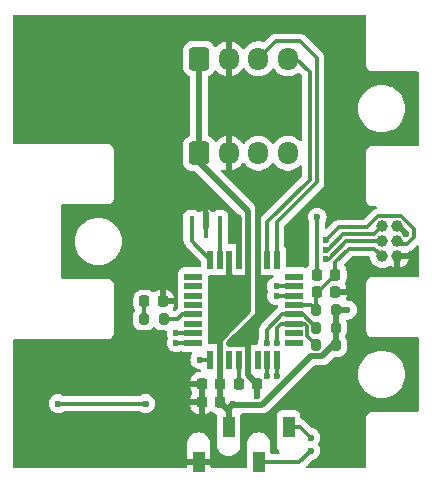
<source format=gbr>
%TF.GenerationSoftware,KiCad,Pcbnew,8.0.4*%
%TF.CreationDate,2024-08-09T19:06:39+02:00*%
%TF.ProjectId,Water Tank Monitor,57617465-7220-4546-916e-6b204d6f6e69,rev?*%
%TF.SameCoordinates,Original*%
%TF.FileFunction,Copper,L1,Top*%
%TF.FilePolarity,Positive*%
%FSLAX46Y46*%
G04 Gerber Fmt 4.6, Leading zero omitted, Abs format (unit mm)*
G04 Created by KiCad (PCBNEW 8.0.4) date 2024-08-09 19:06:39*
%MOMM*%
%LPD*%
G01*
G04 APERTURE LIST*
G04 Aperture macros list*
%AMRoundRect*
0 Rectangle with rounded corners*
0 $1 Rounding radius*
0 $2 $3 $4 $5 $6 $7 $8 $9 X,Y pos of 4 corners*
0 Add a 4 corners polygon primitive as box body*
4,1,4,$2,$3,$4,$5,$6,$7,$8,$9,$2,$3,0*
0 Add four circle primitives for the rounded corners*
1,1,$1+$1,$2,$3*
1,1,$1+$1,$4,$5*
1,1,$1+$1,$6,$7*
1,1,$1+$1,$8,$9*
0 Add four rect primitives between the rounded corners*
20,1,$1+$1,$2,$3,$4,$5,0*
20,1,$1+$1,$4,$5,$6,$7,0*
20,1,$1+$1,$6,$7,$8,$9,0*
20,1,$1+$1,$8,$9,$2,$3,0*%
G04 Aperture macros list end*
%TA.AperFunction,Conductor*%
%ADD10C,0.200000*%
%TD*%
%TA.AperFunction,SMDPad,CuDef*%
%ADD11C,1.000000*%
%TD*%
%TA.AperFunction,SMDPad,CuDef*%
%ADD12RoundRect,0.200000X-0.200000X-0.275000X0.200000X-0.275000X0.200000X0.275000X-0.200000X0.275000X0*%
%TD*%
%TA.AperFunction,ComponentPad*%
%ADD13RoundRect,0.250000X-0.600000X-0.725000X0.600000X-0.725000X0.600000X0.725000X-0.600000X0.725000X0*%
%TD*%
%TA.AperFunction,ComponentPad*%
%ADD14O,1.700000X1.950000*%
%TD*%
%TA.AperFunction,SMDPad,CuDef*%
%ADD15RoundRect,0.225000X-0.225000X-0.250000X0.225000X-0.250000X0.225000X0.250000X-0.225000X0.250000X0*%
%TD*%
%TA.AperFunction,SMDPad,CuDef*%
%ADD16RoundRect,0.225000X0.225000X0.250000X-0.225000X0.250000X-0.225000X-0.250000X0.225000X-0.250000X0*%
%TD*%
%TA.AperFunction,SMDPad,CuDef*%
%ADD17R,0.550000X1.600000*%
%TD*%
%TA.AperFunction,SMDPad,CuDef*%
%ADD18R,1.600000X0.550000*%
%TD*%
%TA.AperFunction,SMDPad,CuDef*%
%ADD19R,0.400000X1.900000*%
%TD*%
%TA.AperFunction,SMDPad,CuDef*%
%ADD20R,1.020000X1.780000*%
%TD*%
%TA.AperFunction,SMDPad,CuDef*%
%ADD21RoundRect,0.218750X0.218750X0.256250X-0.218750X0.256250X-0.218750X-0.256250X0.218750X-0.256250X0*%
%TD*%
%TA.AperFunction,SMDPad,CuDef*%
%ADD22RoundRect,0.200000X0.200000X0.275000X-0.200000X0.275000X-0.200000X-0.275000X0.200000X-0.275000X0*%
%TD*%
%TA.AperFunction,ViaPad*%
%ADD23C,0.600000*%
%TD*%
%TA.AperFunction,Conductor*%
%ADD24C,0.500000*%
%TD*%
%TA.AperFunction,Conductor*%
%ADD25C,0.300000*%
%TD*%
G04 APERTURE END LIST*
D10*
%TO.N,+3.3V*%
X140200000Y-82000000D02*
X137800000Y-84400000D01*
X137800000Y-84800000D01*
X137100000Y-84800000D01*
X137100000Y-79100000D01*
X140200000Y-79100000D01*
X140200000Y-82000000D01*
%TA.AperFunction,Conductor*%
G36*
X140200000Y-82000000D02*
G01*
X137800000Y-84400000D01*
X137800000Y-84800000D01*
X137100000Y-84800000D01*
X137100000Y-79100000D01*
X140200000Y-79100000D01*
X140200000Y-82000000D01*
G37*
%TD.AperFunction*%
%TD*%
D11*
%TO.P,J5,1,Pin_1*%
%TO.N,/MISO*%
X151730000Y-74925000D03*
%TO.P,J5,2,Pin_2*%
%TO.N,+3.3V*%
X153000000Y-74925000D03*
%TO.P,J5,3,Pin_3*%
%TO.N,/SCK*%
X151730000Y-76195000D03*
%TO.P,J5,4,Pin_4*%
%TO.N,/MOSI*%
X153000000Y-76195000D03*
%TO.P,J5,5,Pin_5*%
%TO.N,/~{RST}*%
X151730000Y-77465000D03*
%TO.P,J5,6,Pin_6*%
%TO.N,GND*%
X153000000Y-77465000D03*
%TD*%
D12*
%TO.P,R3,1*%
%TO.N,/SDA*%
X146175000Y-85000000D03*
%TO.P,R3,2*%
%TO.N,+3.3V*%
X147825000Y-85000000D03*
%TD*%
D13*
%TO.P,J1,1,Pin_1*%
%TO.N,+3.3V*%
X136250000Y-68725000D03*
D14*
%TO.P,J1,2,Pin_2*%
%TO.N,GND*%
X138750000Y-68725000D03*
%TO.P,J1,3,Pin_3*%
%TO.N,/RXD*%
X141250000Y-68725000D03*
%TO.P,J1,4,Pin_4*%
%TO.N,/TXD*%
X143750000Y-68725000D03*
%TD*%
D15*
%TO.P,C3,1*%
%TO.N,GND*%
X136450000Y-89800000D03*
%TO.P,C3,2*%
%TO.N,+3.3V*%
X138000000Y-89800000D03*
%TD*%
D12*
%TO.P,R1,1*%
%TO.N,Net-(D2-A)*%
X131575000Y-82750000D03*
%TO.P,R1,2*%
%TO.N,Net-(U1-PB1)*%
X133225000Y-82750000D03*
%TD*%
D16*
%TO.P,C4,1*%
%TO.N,/~{RST}*%
X147775000Y-79000000D03*
%TO.P,C4,2*%
%TO.N,Net-(J6-Pin_5)*%
X146225000Y-79000000D03*
%TD*%
D13*
%TO.P,J3,1,Pin_1*%
%TO.N,+3.3V*%
X136250000Y-60725000D03*
D14*
%TO.P,J3,2,Pin_2*%
%TO.N,GND*%
X138750000Y-60725000D03*
%TO.P,J3,3,Pin_3*%
%TO.N,/RXD2*%
X141250000Y-60725000D03*
%TO.P,J3,4,Pin_4*%
%TO.N,/TXD2*%
X143750000Y-60725000D03*
%TD*%
D12*
%TO.P,R4,1*%
%TO.N,/SCL*%
X146175000Y-83500000D03*
%TO.P,R4,2*%
%TO.N,+3.3V*%
X147825000Y-83500000D03*
%TD*%
D15*
%TO.P,C1,1*%
%TO.N,Net-(U1-AREF)*%
X139575000Y-88250000D03*
%TO.P,C1,2*%
%TO.N,GND*%
X141125000Y-88250000D03*
%TD*%
D17*
%TO.P,U1,1,PD3*%
%TO.N,/RXD2*%
X142800000Y-77725000D03*
%TO.P,U1,2,PD4*%
%TO.N,/TXD2*%
X142000000Y-77725000D03*
%TO.P,U1,3,GND*%
%TO.N,GND*%
X141200000Y-77725000D03*
%TO.P,U1,4,VCC*%
%TO.N,+3.3V*%
X140400000Y-77725000D03*
%TO.P,U1,5,GND*%
%TO.N,GND*%
X139600000Y-77725000D03*
%TO.P,U1,6,VCC*%
%TO.N,+3.3V*%
X138800000Y-77725000D03*
%TO.P,U1,7,XTAL1/PB6*%
%TO.N,Net-(U1-XTAL1{slash}PB6)*%
X138000000Y-77725000D03*
%TO.P,U1,8,XTAL2/PB7*%
%TO.N,Net-(U1-XTAL2{slash}PB7)*%
X137200000Y-77725000D03*
D18*
%TO.P,U1,9,PD5*%
%TO.N,unconnected-(U1-PD5-Pad9)*%
X135750000Y-79175000D03*
%TO.P,U1,10,PD6*%
%TO.N,unconnected-(U1-PD6-Pad10)*%
X135750000Y-79975000D03*
%TO.P,U1,11,PD7*%
%TO.N,unconnected-(U1-PD7-Pad11)*%
X135750000Y-80775000D03*
%TO.P,U1,12,PB0*%
%TO.N,unconnected-(U1-PB0-Pad12)*%
X135750000Y-81575000D03*
%TO.P,U1,13,PB1*%
%TO.N,Net-(U1-PB1)*%
X135750000Y-82375000D03*
%TO.P,U1,14,PB2*%
%TO.N,unconnected-(U1-PB2-Pad14)*%
X135750000Y-83175000D03*
%TO.P,U1,15,PB3*%
%TO.N,/MOSI*%
X135750000Y-83975000D03*
%TO.P,U1,16,PB4*%
%TO.N,/MISO*%
X135750000Y-84775000D03*
D17*
%TO.P,U1,17,PB5*%
%TO.N,/SCK*%
X137200000Y-86225000D03*
%TO.P,U1,18,AVCC*%
%TO.N,+3.3V*%
X138000000Y-86225000D03*
%TO.P,U1,19,ADC6*%
%TO.N,unconnected-(U1-ADC6-Pad19)*%
X138800000Y-86225000D03*
%TO.P,U1,20,AREF*%
%TO.N,Net-(U1-AREF)*%
X139600000Y-86225000D03*
%TO.P,U1,21,GND*%
%TO.N,GND*%
X140400000Y-86225000D03*
%TO.P,U1,22,ADC7*%
%TO.N,unconnected-(U1-ADC7-Pad22)*%
X141200000Y-86225000D03*
%TO.P,U1,23,PC0*%
%TO.N,/CALIB*%
X142000000Y-86225000D03*
%TO.P,U1,24,PC1*%
%TO.N,/BRIGH*%
X142800000Y-86225000D03*
D18*
%TO.P,U1,25,PC2*%
%TO.N,unconnected-(U1-PC2-Pad25)*%
X144250000Y-84775000D03*
%TO.P,U1,26,PC3*%
%TO.N,unconnected-(U1-PC3-Pad26)*%
X144250000Y-83975000D03*
%TO.P,U1,27,PC4*%
%TO.N,/SDA*%
X144250000Y-83175000D03*
%TO.P,U1,28,PC5*%
%TO.N,/SCL*%
X144250000Y-82375000D03*
%TO.P,U1,29,~{RESET}/PC6*%
%TO.N,/~{RST}*%
X144250000Y-81575000D03*
%TO.P,U1,30,PD0*%
%TO.N,/RXD*%
X144250000Y-80775000D03*
%TO.P,U1,31,PD1*%
%TO.N,/TXD*%
X144250000Y-79975000D03*
%TO.P,U1,32,PD2*%
%TO.N,unconnected-(U1-PD2-Pad32)*%
X144250000Y-79175000D03*
%TD*%
D19*
%TO.P,Y1,1,1*%
%TO.N,Net-(U1-XTAL2{slash}PB7)*%
X135600000Y-75000000D03*
%TO.P,Y1,2,2*%
%TO.N,GND*%
X136800000Y-75000000D03*
%TO.P,Y1,3,3*%
%TO.N,Net-(U1-XTAL1{slash}PB6)*%
X138000000Y-75000000D03*
%TD*%
D20*
%TO.P,J4,1,Pin_1*%
%TO.N,GND*%
X136190000Y-94865000D03*
%TO.P,J4,2,Pin_2*%
%TO.N,+3.3V*%
X138730000Y-91885000D03*
%TO.P,J4,3,Pin_3*%
%TO.N,/SCL*%
X141270000Y-94865000D03*
%TO.P,J4,4,Pin_4*%
%TO.N,/SDA*%
X143810000Y-91885000D03*
%TD*%
D21*
%TO.P,D2,1,K*%
%TO.N,GND*%
X133187500Y-81275000D03*
%TO.P,D2,2,A*%
%TO.N,Net-(D2-A)*%
X131612500Y-81275000D03*
%TD*%
D15*
%TO.P,C5,1*%
%TO.N,/~{RST}*%
X146225000Y-80500000D03*
%TO.P,C5,2*%
%TO.N,GND*%
X147775000Y-80500000D03*
%TD*%
D22*
%TO.P,R2,1*%
%TO.N,+3.3V*%
X147825000Y-82000000D03*
%TO.P,R2,2*%
%TO.N,/~{RST}*%
X146175000Y-82000000D03*
%TD*%
D15*
%TO.P,C2,1*%
%TO.N,GND*%
X136450000Y-88250000D03*
%TO.P,C2,2*%
%TO.N,+3.3V*%
X138000000Y-88250000D03*
%TD*%
D23*
%TO.N,+3.3V*%
X153791985Y-75545545D03*
X139100000Y-89925000D03*
X124300000Y-89925000D03*
X131700000Y-89925000D03*
X148800000Y-82000000D03*
%TO.N,/SDA*%
X145700000Y-92800000D03*
X142808001Y-84791999D03*
%TO.N,/SCL*%
X145700000Y-93900000D03*
X142000000Y-84800000D03*
%TO.N,GND*%
X141125000Y-89250000D03*
%TO.N,/BRIGH*%
X142800000Y-87600000D03*
%TO.N,/CALIB*%
X142000000Y-87600000D03*
%TO.N,Net-(J6-Pin_5)*%
X146225000Y-74150000D03*
%TO.N,/RXD*%
X142800000Y-80800000D03*
%TO.N,/TXD*%
X142800000Y-80000000D03*
%TO.N,/MISO*%
X134300000Y-84775000D03*
X147000000Y-76900000D03*
%TO.N,/SCK*%
X136300000Y-86225000D03*
X147000000Y-77700000D03*
%TO.N,/MOSI*%
X147000000Y-76100000D03*
X134300000Y-83975000D03*
%TD*%
D24*
%TO.N,GND*%
X139600000Y-77725000D02*
X139600000Y-74200000D01*
X139600000Y-74200000D02*
X139400000Y-74000000D01*
D25*
%TO.N,/RXD2*%
X141250000Y-60725000D02*
X142725000Y-59250000D01*
X146200000Y-71153870D02*
X142800000Y-74553870D01*
X144750000Y-59250000D02*
X146200000Y-60700000D01*
X146200000Y-60700000D02*
X146200000Y-71153870D01*
X142725000Y-59250000D02*
X144750000Y-59250000D01*
X142800000Y-74553870D02*
X142800000Y-77725000D01*
%TO.N,/TXD2*%
X142000000Y-77725000D02*
X142000000Y-74575000D01*
X142000000Y-74575000D02*
X145600000Y-70975000D01*
X145600000Y-70975000D02*
X145600000Y-61850000D01*
X144475000Y-60725000D02*
X143750000Y-60725000D01*
X145600000Y-61850000D02*
X144475000Y-60725000D01*
D24*
%TO.N,GND*%
X141200000Y-77725000D02*
X141200000Y-73000000D01*
X140400000Y-86225000D02*
X140400000Y-85050000D01*
X140400000Y-85050000D02*
X140250000Y-84900000D01*
X138800000Y-84800000D02*
X141200000Y-82400000D01*
X140250000Y-84900000D02*
X138800000Y-84900000D01*
X138800000Y-84900000D02*
X138800000Y-84800000D01*
X141200000Y-82400000D02*
X141200000Y-77725000D01*
D25*
%TO.N,Net-(J6-Pin_5)*%
X146225000Y-74150000D02*
X146225000Y-79000000D01*
%TO.N,/~{RST}*%
X147775000Y-79000000D02*
X147775000Y-77925000D01*
X147775000Y-77925000D02*
X148900000Y-76800000D01*
X148900000Y-76800000D02*
X151065000Y-76800000D01*
X151065000Y-76800000D02*
X151730000Y-77465000D01*
%TO.N,/MISO*%
X147000000Y-76900000D02*
X147119239Y-76900000D01*
X147119239Y-76900000D02*
X148419239Y-75600000D01*
X148419239Y-75600000D02*
X151055000Y-75600000D01*
X151055000Y-75600000D02*
X151730000Y-74925000D01*
%TO.N,/MOSI*%
X150452918Y-75000000D02*
X151377918Y-74075000D01*
X148100000Y-75000000D02*
X150452918Y-75000000D01*
X151377918Y-74075000D02*
X153352082Y-74075000D01*
X147000000Y-76100000D02*
X148100000Y-75000000D01*
X153856769Y-76400000D02*
X153205000Y-76400000D01*
X153352082Y-74075000D02*
X154441985Y-75164903D01*
X154441985Y-75164903D02*
X154441985Y-75814784D01*
X154441985Y-75814784D02*
X153856769Y-76400000D01*
X153205000Y-76400000D02*
X153000000Y-76195000D01*
D24*
%TO.N,GND*%
X147775000Y-80500000D02*
X148800000Y-80500000D01*
X136800000Y-75000000D02*
X136800000Y-73800000D01*
D25*
%TO.N,/SCK*%
X147000000Y-77700000D02*
X147200000Y-77700000D01*
X147200000Y-77700000D02*
X148705000Y-76195000D01*
X148705000Y-76195000D02*
X151730000Y-76195000D01*
D24*
%TO.N,+3.3V*%
X153171440Y-74925000D02*
X153791985Y-75545545D01*
X153000000Y-74925000D02*
X153171440Y-74925000D01*
X147825000Y-85000000D02*
X147574780Y-85000000D01*
X147574780Y-85000000D02*
X146649780Y-85925000D01*
X146649780Y-85925000D02*
X145675000Y-85925000D01*
X141600000Y-90000000D02*
X139175000Y-90000000D01*
X145675000Y-85925000D02*
X141600000Y-90000000D01*
X139175000Y-90000000D02*
X139100000Y-89925000D01*
X147825000Y-83500000D02*
X147825000Y-85000000D01*
X147825000Y-82000000D02*
X147825000Y-83500000D01*
D25*
%TO.N,/SDA*%
X142808001Y-84791999D02*
X142808001Y-83516999D01*
X142808001Y-83516999D02*
X143150000Y-83175000D01*
X143150000Y-83175000D02*
X144250000Y-83175000D01*
%TO.N,/SCL*%
X142000000Y-84800000D02*
X142000000Y-83650000D01*
X143275000Y-82375000D02*
X144250000Y-82375000D01*
X142000000Y-83650000D02*
X143275000Y-82375000D01*
%TO.N,/SDA*%
X144250000Y-83175000D02*
X145225000Y-83175000D01*
X145225000Y-83175000D02*
X145400000Y-83350000D01*
X145400000Y-84225000D02*
X146175000Y-85000000D01*
X145400000Y-83350000D02*
X145400000Y-84225000D01*
%TO.N,/SCL*%
X144250000Y-82375000D02*
X145050000Y-82375000D01*
X145050000Y-82375000D02*
X146175000Y-83500000D01*
%TO.N,/~{RST}*%
X146225000Y-80500000D02*
X146275000Y-80500000D01*
X146275000Y-80500000D02*
X147775000Y-79000000D01*
X146175000Y-82000000D02*
X146175000Y-80550000D01*
X146175000Y-80550000D02*
X146225000Y-80500000D01*
X144250000Y-81575000D02*
X145750000Y-81575000D01*
X145750000Y-81575000D02*
X146175000Y-82000000D01*
D24*
%TO.N,+3.3V*%
X147825000Y-82000000D02*
X148800000Y-82000000D01*
X139175000Y-79400000D02*
X140400000Y-79400000D01*
X138730000Y-90295000D02*
X139100000Y-89925000D01*
X138730000Y-91885000D02*
X138730000Y-90530000D01*
X140400000Y-73650000D02*
X140400000Y-77725000D01*
X136250000Y-69500000D02*
X140400000Y-73650000D01*
D25*
X131700000Y-89925000D02*
X124425000Y-89925000D01*
D24*
X138800000Y-79025000D02*
X139175000Y-79400000D01*
X138730000Y-90530000D02*
X138000000Y-89800000D01*
X136250000Y-68725000D02*
X136250000Y-69500000D01*
X140400000Y-79400000D02*
X140400000Y-77725000D01*
X138730000Y-91885000D02*
X138730000Y-90295000D01*
X136250000Y-68725000D02*
X136250000Y-60725000D01*
X138800000Y-77725000D02*
X138800000Y-79025000D01*
X138000000Y-88250000D02*
X138000000Y-86225000D01*
X138000000Y-89800000D02*
X138000000Y-88250000D01*
D25*
%TO.N,/SDA*%
X144785000Y-91885000D02*
X143810000Y-91885000D01*
X145700000Y-92800000D02*
X144785000Y-91885000D01*
%TO.N,/SCL*%
X144735000Y-94865000D02*
X141270000Y-94865000D01*
X145700000Y-93900000D02*
X144735000Y-94865000D01*
D24*
%TO.N,GND*%
X141125000Y-89250000D02*
X141125000Y-88250000D01*
X140400000Y-87525000D02*
X140400000Y-86225000D01*
X141125000Y-88250000D02*
X140400000Y-87525000D01*
D25*
%TO.N,/BRIGH*%
X142800000Y-87600000D02*
X142800000Y-86225000D01*
%TO.N,/CALIB*%
X142000000Y-87600000D02*
X142000000Y-86225000D01*
%TO.N,Net-(D2-A)*%
X131612500Y-82712500D02*
X131612500Y-81275000D01*
X131575000Y-82750000D02*
X131612500Y-82712500D01*
%TO.N,Net-(U1-AREF)*%
X139575000Y-88250000D02*
X139600000Y-88225000D01*
X139600000Y-88225000D02*
X139600000Y-86225000D01*
%TO.N,Net-(U1-XTAL1{slash}PB6)*%
X138000000Y-77725000D02*
X138000000Y-75000000D01*
%TO.N,Net-(U1-XTAL2{slash}PB7)*%
X137200000Y-77725000D02*
X135600000Y-76125000D01*
X135600000Y-76125000D02*
X135600000Y-75000000D01*
%TO.N,Net-(U1-PB1)*%
X133225000Y-82750000D02*
X134450000Y-82750000D01*
X135750000Y-82375000D02*
X134825000Y-82375000D01*
X134825000Y-82375000D02*
X134450000Y-82750000D01*
%TO.N,/RXD*%
X142825000Y-80775000D02*
X144250000Y-80775000D01*
X142800000Y-80800000D02*
X142825000Y-80775000D01*
%TO.N,/TXD*%
X142825000Y-79975000D02*
X144250000Y-79975000D01*
X142800000Y-80000000D02*
X142825000Y-79975000D01*
%TO.N,/MISO*%
X135750000Y-84775000D02*
X134300000Y-84775000D01*
%TO.N,/SCK*%
X137200000Y-86225000D02*
X136300000Y-86225000D01*
%TO.N,/MOSI*%
X135750000Y-83975000D02*
X134300000Y-83975000D01*
D24*
%TO.N,GND*%
X153000000Y-77465000D02*
X153065000Y-77465000D01*
%TO.N,+3.3V*%
X138000000Y-86225000D02*
X138000000Y-84500000D01*
X138000000Y-84500000D02*
X140400000Y-82100000D01*
X140400000Y-82100000D02*
X140400000Y-79400000D01*
%TD*%
%TA.AperFunction,Conductor*%
%TO.N,GND*%
G36*
X150342539Y-57020185D02*
G01*
X150388294Y-57072989D01*
X150399500Y-57124500D01*
X150399500Y-61365891D01*
X150433608Y-61493187D01*
X150465683Y-61548741D01*
X150499500Y-61607314D01*
X150592686Y-61700500D01*
X150706814Y-61766392D01*
X150834108Y-61800500D01*
X154725500Y-61800500D01*
X154792539Y-61820185D01*
X154838294Y-61872989D01*
X154849500Y-61924500D01*
X154849500Y-67975500D01*
X154829815Y-68042539D01*
X154777011Y-68088294D01*
X154725500Y-68099500D01*
X150834108Y-68099500D01*
X150706812Y-68133608D01*
X150592686Y-68199500D01*
X150592683Y-68199502D01*
X150499502Y-68292683D01*
X150499500Y-68292686D01*
X150433608Y-68406812D01*
X150399500Y-68534108D01*
X150399500Y-72765891D01*
X150433608Y-72893187D01*
X150466554Y-72950250D01*
X150499500Y-73007314D01*
X150592686Y-73100500D01*
X150706814Y-73166392D01*
X150834108Y-73200500D01*
X151180982Y-73200500D01*
X151248021Y-73220185D01*
X151293776Y-73272989D01*
X151303720Y-73342147D01*
X151274695Y-73405703D01*
X151215917Y-73443477D01*
X151205174Y-73446117D01*
X151188179Y-73449497D01*
X151188169Y-73449500D01*
X151139138Y-73469810D01*
X151069799Y-73498530D01*
X151069781Y-73498540D01*
X150963250Y-73569721D01*
X150963243Y-73569727D01*
X150219791Y-74313181D01*
X150158468Y-74346666D01*
X150132110Y-74349500D01*
X148035929Y-74349500D01*
X147910261Y-74374497D01*
X147910255Y-74374499D01*
X147791874Y-74423534D01*
X147685326Y-74494726D01*
X147685325Y-74494727D01*
X147087181Y-75092872D01*
X147025858Y-75126357D01*
X146956166Y-75121373D01*
X146900233Y-75079501D01*
X146875816Y-75014037D01*
X146875500Y-75005191D01*
X146875500Y-74655067D01*
X146894507Y-74589094D01*
X146950788Y-74499524D01*
X146959073Y-74475847D01*
X147010368Y-74329255D01*
X147016410Y-74275631D01*
X147030565Y-74150003D01*
X147030565Y-74149996D01*
X147010369Y-73970750D01*
X147010368Y-73970745D01*
X146950788Y-73800476D01*
X146911582Y-73738080D01*
X146854816Y-73647738D01*
X146727262Y-73520184D01*
X146692800Y-73498530D01*
X146574523Y-73424211D01*
X146404254Y-73364631D01*
X146404249Y-73364630D01*
X146225004Y-73344435D01*
X146224996Y-73344435D01*
X146045750Y-73364630D01*
X146045745Y-73364631D01*
X145875476Y-73424211D01*
X145722737Y-73520184D01*
X145595184Y-73647737D01*
X145499211Y-73800476D01*
X145439631Y-73970745D01*
X145439630Y-73970750D01*
X145419435Y-74149996D01*
X145419435Y-74150003D01*
X145439630Y-74329249D01*
X145439631Y-74329254D01*
X145499211Y-74499524D01*
X145555493Y-74589094D01*
X145574500Y-74655067D01*
X145574500Y-78098125D01*
X145554815Y-78165164D01*
X145538182Y-78185806D01*
X145427030Y-78296958D01*
X145375443Y-78380593D01*
X145323495Y-78427317D01*
X145254532Y-78438538D01*
X145226572Y-78431677D01*
X145157482Y-78405908D01*
X145157483Y-78405908D01*
X145097883Y-78399501D01*
X145097881Y-78399500D01*
X145097873Y-78399500D01*
X145097865Y-78399500D01*
X143699499Y-78399500D01*
X143632460Y-78379815D01*
X143586705Y-78327011D01*
X143575499Y-78275500D01*
X143575499Y-76877129D01*
X143575498Y-76877123D01*
X143569091Y-76817516D01*
X143518797Y-76682671D01*
X143518795Y-76682668D01*
X143475233Y-76624476D01*
X143450816Y-76559011D01*
X143450500Y-76550165D01*
X143450500Y-74874678D01*
X143470185Y-74807639D01*
X143486819Y-74786997D01*
X146705273Y-71568543D01*
X146705277Y-71568539D01*
X146776465Y-71461997D01*
X146825501Y-71343614D01*
X146850500Y-71217939D01*
X146850500Y-64949998D01*
X149694390Y-64949998D01*
X149694390Y-64950001D01*
X149714804Y-65235433D01*
X149775628Y-65515037D01*
X149875635Y-65783166D01*
X150012770Y-66034309D01*
X150012775Y-66034317D01*
X150184254Y-66263387D01*
X150184270Y-66263405D01*
X150386594Y-66465729D01*
X150386612Y-66465745D01*
X150615682Y-66637224D01*
X150615690Y-66637229D01*
X150866833Y-66774364D01*
X150866832Y-66774364D01*
X150866836Y-66774365D01*
X150866839Y-66774367D01*
X151134954Y-66874369D01*
X151134960Y-66874370D01*
X151134962Y-66874371D01*
X151414566Y-66935195D01*
X151414568Y-66935195D01*
X151414572Y-66935196D01*
X151668220Y-66953337D01*
X151699999Y-66955610D01*
X151700000Y-66955610D01*
X151700001Y-66955610D01*
X151728595Y-66953564D01*
X151985428Y-66935196D01*
X152265046Y-66874369D01*
X152533161Y-66774367D01*
X152784315Y-66637226D01*
X153013395Y-66465739D01*
X153215739Y-66263395D01*
X153387226Y-66034315D01*
X153524367Y-65783161D01*
X153624369Y-65515046D01*
X153685196Y-65235428D01*
X153705610Y-64950000D01*
X153685196Y-64664572D01*
X153624369Y-64384954D01*
X153524367Y-64116839D01*
X153444025Y-63969705D01*
X153387229Y-63865690D01*
X153387224Y-63865682D01*
X153215745Y-63636612D01*
X153215729Y-63636594D01*
X153013405Y-63434270D01*
X153013387Y-63434254D01*
X152784317Y-63262775D01*
X152784309Y-63262770D01*
X152533166Y-63125635D01*
X152533167Y-63125635D01*
X152425915Y-63085632D01*
X152265046Y-63025631D01*
X152265043Y-63025630D01*
X152265037Y-63025628D01*
X151985433Y-62964804D01*
X151700001Y-62944390D01*
X151699999Y-62944390D01*
X151414566Y-62964804D01*
X151134962Y-63025628D01*
X150866833Y-63125635D01*
X150615690Y-63262770D01*
X150615682Y-63262775D01*
X150386612Y-63434254D01*
X150386594Y-63434270D01*
X150184270Y-63636594D01*
X150184254Y-63636612D01*
X150012775Y-63865682D01*
X150012770Y-63865690D01*
X149875635Y-64116833D01*
X149775628Y-64384962D01*
X149714804Y-64664566D01*
X149694390Y-64949998D01*
X146850500Y-64949998D01*
X146850500Y-60635931D01*
X146850500Y-60635928D01*
X146825502Y-60510261D01*
X146825501Y-60510260D01*
X146825501Y-60510256D01*
X146796589Y-60440457D01*
X146796589Y-60440456D01*
X146776469Y-60391880D01*
X146776467Y-60391877D01*
X146776466Y-60391874D01*
X146705277Y-60285331D01*
X146705272Y-60285325D01*
X145164673Y-58744726D01*
X145164669Y-58744723D01*
X145058127Y-58673535D01*
X144939744Y-58624499D01*
X144939738Y-58624497D01*
X144814071Y-58599500D01*
X144814069Y-58599500D01*
X142660931Y-58599500D01*
X142660929Y-58599500D01*
X142535261Y-58624497D01*
X142535255Y-58624499D01*
X142416874Y-58673534D01*
X142310326Y-58744726D01*
X141775497Y-59279555D01*
X141714174Y-59313040D01*
X141649499Y-59309805D01*
X141566244Y-59282754D01*
X141566240Y-59282753D01*
X141404957Y-59257208D01*
X141356287Y-59249500D01*
X141143713Y-59249500D01*
X141095042Y-59257208D01*
X140933760Y-59282753D01*
X140731585Y-59348444D01*
X140542179Y-59444951D01*
X140370213Y-59569890D01*
X140219894Y-59720209D01*
X140219890Y-59720214D01*
X140100008Y-59885218D01*
X140044678Y-59927884D01*
X139975065Y-59933863D01*
X139913270Y-59901257D01*
X139899372Y-59885218D01*
X139779727Y-59720540D01*
X139779723Y-59720535D01*
X139629464Y-59570276D01*
X139629459Y-59570272D01*
X139457557Y-59445379D01*
X139268215Y-59348903D01*
X139066124Y-59283241D01*
X139000000Y-59272768D01*
X139000000Y-60320854D01*
X138933343Y-60282370D01*
X138812535Y-60250000D01*
X138687465Y-60250000D01*
X138566657Y-60282370D01*
X138500000Y-60320854D01*
X138500000Y-59272768D01*
X138499999Y-59272768D01*
X138433875Y-59283241D01*
X138231784Y-59348903D01*
X138042442Y-59445379D01*
X137870541Y-59570271D01*
X137731668Y-59709144D01*
X137670345Y-59742628D01*
X137600653Y-59737644D01*
X137544720Y-59695772D01*
X137538448Y-59686558D01*
X137442712Y-59531344D01*
X137318657Y-59407289D01*
X137318656Y-59407288D01*
X137169334Y-59315186D01*
X137002797Y-59260001D01*
X137002795Y-59260000D01*
X136900010Y-59249500D01*
X135599998Y-59249500D01*
X135599981Y-59249501D01*
X135497203Y-59260000D01*
X135497200Y-59260001D01*
X135330668Y-59315185D01*
X135330663Y-59315187D01*
X135181342Y-59407289D01*
X135057289Y-59531342D01*
X134965187Y-59680663D01*
X134965185Y-59680668D01*
X134960180Y-59695772D01*
X134910001Y-59847203D01*
X134910001Y-59847204D01*
X134910000Y-59847204D01*
X134899500Y-59949983D01*
X134899500Y-61500001D01*
X134899501Y-61500018D01*
X134910000Y-61602796D01*
X134910001Y-61602799D01*
X134944031Y-61705493D01*
X134965186Y-61769334D01*
X135057288Y-61918656D01*
X135181344Y-62042712D01*
X135330666Y-62134814D01*
X135414505Y-62162595D01*
X135471948Y-62202366D01*
X135498772Y-62266882D01*
X135499500Y-62280300D01*
X135499500Y-67169699D01*
X135479815Y-67236738D01*
X135427011Y-67282493D01*
X135414507Y-67287403D01*
X135381962Y-67298188D01*
X135330668Y-67315185D01*
X135330663Y-67315187D01*
X135181342Y-67407289D01*
X135057289Y-67531342D01*
X134965187Y-67680663D01*
X134965185Y-67680668D01*
X134960180Y-67695772D01*
X134910001Y-67847203D01*
X134910001Y-67847204D01*
X134910000Y-67847204D01*
X134899500Y-67949983D01*
X134899500Y-69500001D01*
X134899501Y-69500018D01*
X134910000Y-69602796D01*
X134910001Y-69602799D01*
X134951975Y-69729466D01*
X134965186Y-69769334D01*
X135057288Y-69918656D01*
X135181344Y-70042712D01*
X135330666Y-70134814D01*
X135497203Y-70189999D01*
X135599991Y-70200500D01*
X135837768Y-70200499D01*
X135904808Y-70220183D01*
X135925450Y-70236818D01*
X139613181Y-73924548D01*
X139646666Y-73985871D01*
X139649500Y-74012229D01*
X139649500Y-76485046D01*
X139629815Y-76552085D01*
X139577011Y-76597840D01*
X139507853Y-76607784D01*
X139444297Y-76578759D01*
X139437819Y-76572727D01*
X139432550Y-76567458D01*
X139432547Y-76567456D01*
X139432546Y-76567454D01*
X139399686Y-76542855D01*
X139357817Y-76486921D01*
X139350000Y-76443590D01*
X139350000Y-76425000D01*
X139277166Y-76425000D01*
X139215595Y-76431619D01*
X139189088Y-76431619D01*
X139174949Y-76430099D01*
X139122873Y-76424500D01*
X139122867Y-76424500D01*
X138774500Y-76424500D01*
X138707461Y-76404815D01*
X138661706Y-76352011D01*
X138650500Y-76300500D01*
X138650500Y-76196728D01*
X138658318Y-76153394D01*
X138694091Y-76057483D01*
X138700500Y-75997873D01*
X138700499Y-74002128D01*
X138694091Y-73942517D01*
X138643796Y-73807669D01*
X138643795Y-73807668D01*
X138643793Y-73807664D01*
X138557547Y-73692455D01*
X138557544Y-73692452D01*
X138442335Y-73606206D01*
X138442328Y-73606202D01*
X138307486Y-73555910D01*
X138307485Y-73555909D01*
X138307483Y-73555909D01*
X138247873Y-73549500D01*
X138247863Y-73549500D01*
X137752129Y-73549500D01*
X137752123Y-73549501D01*
X137692516Y-73555908D01*
X137557671Y-73606202D01*
X137557669Y-73606204D01*
X137473894Y-73668918D01*
X137408430Y-73693335D01*
X137340157Y-73678484D01*
X137325272Y-73668918D01*
X137242088Y-73606646D01*
X137242086Y-73606645D01*
X137107379Y-73556403D01*
X137107372Y-73556401D01*
X137047844Y-73550000D01*
X137000000Y-73550000D01*
X137000000Y-75076000D01*
X136980315Y-75143039D01*
X136927511Y-75188794D01*
X136876000Y-75200000D01*
X136724000Y-75200000D01*
X136656961Y-75180315D01*
X136611206Y-75127511D01*
X136600000Y-75076000D01*
X136600000Y-73550000D01*
X136552155Y-73550000D01*
X136492627Y-73556401D01*
X136492620Y-73556403D01*
X136357913Y-73606645D01*
X136357910Y-73606647D01*
X136274727Y-73668918D01*
X136209262Y-73693335D01*
X136140989Y-73678483D01*
X136126106Y-73668918D01*
X136042331Y-73606204D01*
X136042328Y-73606202D01*
X135907486Y-73555910D01*
X135907485Y-73555909D01*
X135907483Y-73555909D01*
X135847873Y-73549500D01*
X135847863Y-73549500D01*
X135352129Y-73549500D01*
X135352123Y-73549501D01*
X135292516Y-73555908D01*
X135157671Y-73606202D01*
X135157664Y-73606206D01*
X135042455Y-73692452D01*
X135042452Y-73692455D01*
X134956206Y-73807664D01*
X134956202Y-73807671D01*
X134905908Y-73942517D01*
X134899501Y-74002116D01*
X134899501Y-74002123D01*
X134899500Y-74002135D01*
X134899500Y-75997870D01*
X134899501Y-75997876D01*
X134905908Y-76057483D01*
X134941891Y-76153957D01*
X134949111Y-76185130D01*
X134949498Y-76189065D01*
X134973066Y-76307543D01*
X134974498Y-76314741D01*
X134974499Y-76314745D01*
X135023533Y-76433125D01*
X135094726Y-76539673D01*
X135094727Y-76539674D01*
X136388181Y-77833127D01*
X136421666Y-77894450D01*
X136424500Y-77920808D01*
X136424500Y-78275500D01*
X136404815Y-78342539D01*
X136352011Y-78388294D01*
X136300500Y-78399500D01*
X134902129Y-78399500D01*
X134902123Y-78399501D01*
X134842516Y-78405908D01*
X134707671Y-78456202D01*
X134707664Y-78456206D01*
X134592455Y-78542452D01*
X134592452Y-78542455D01*
X134506206Y-78657664D01*
X134506202Y-78657671D01*
X134455910Y-78792513D01*
X134455909Y-78792517D01*
X134449500Y-78852127D01*
X134449500Y-78852134D01*
X134449500Y-78852135D01*
X134449500Y-79497870D01*
X134449501Y-79497879D01*
X134456367Y-79561751D01*
X134456367Y-79588257D01*
X134455909Y-79592516D01*
X134455909Y-79592517D01*
X134449500Y-79652127D01*
X134449500Y-79652132D01*
X134449500Y-79652133D01*
X134449500Y-80297870D01*
X134449501Y-80297879D01*
X134456367Y-80361751D01*
X134456367Y-80388257D01*
X134455909Y-80392516D01*
X134455909Y-80392517D01*
X134449500Y-80452127D01*
X134449500Y-80452132D01*
X134449500Y-80452133D01*
X134449500Y-81097870D01*
X134449501Y-81097879D01*
X134456367Y-81161751D01*
X134456367Y-81188257D01*
X134455909Y-81192516D01*
X134455909Y-81192517D01*
X134449500Y-81252127D01*
X134449500Y-81252132D01*
X134449500Y-81779192D01*
X134429815Y-81846231D01*
X134413181Y-81866873D01*
X134216873Y-82063181D01*
X134155550Y-82096666D01*
X134129192Y-82099500D01*
X134122402Y-82099500D01*
X134055363Y-82079815D01*
X134009608Y-82027011D01*
X133999664Y-81957853D01*
X134016864Y-81910403D01*
X134062088Y-81837083D01*
X134062093Y-81837072D01*
X134114942Y-81677583D01*
X134124999Y-81579150D01*
X134125000Y-81579137D01*
X134125000Y-81525000D01*
X133061500Y-81525000D01*
X132994461Y-81505315D01*
X132948706Y-81452511D01*
X132937500Y-81401000D01*
X132937500Y-81025000D01*
X133437500Y-81025000D01*
X134124999Y-81025000D01*
X134124999Y-80970864D01*
X134124998Y-80970847D01*
X134114943Y-80872416D01*
X134062093Y-80712927D01*
X134062091Y-80712922D01*
X133973885Y-80569919D01*
X133855080Y-80451114D01*
X133712077Y-80362908D01*
X133712072Y-80362906D01*
X133552583Y-80310057D01*
X133454150Y-80300000D01*
X133437500Y-80300000D01*
X133437500Y-81025000D01*
X132937500Y-81025000D01*
X132937500Y-80299999D01*
X132920856Y-80300000D01*
X132822415Y-80310057D01*
X132662927Y-80362906D01*
X132662922Y-80362908D01*
X132519919Y-80451114D01*
X132488033Y-80483000D01*
X132426709Y-80516485D01*
X132357018Y-80511499D01*
X132312673Y-80483000D01*
X132280392Y-80450719D01*
X132280387Y-80450716D01*
X132137295Y-80362455D01*
X132137289Y-80362452D01*
X132137287Y-80362451D01*
X131977685Y-80309564D01*
X131977683Y-80309563D01*
X131879181Y-80299500D01*
X131879174Y-80299500D01*
X131345826Y-80299500D01*
X131345818Y-80299500D01*
X131247316Y-80309563D01*
X131247315Y-80309564D01*
X131226710Y-80316392D01*
X131087715Y-80362450D01*
X131087704Y-80362455D01*
X130944612Y-80450716D01*
X130944608Y-80450719D01*
X130825719Y-80569608D01*
X130825716Y-80569612D01*
X130737455Y-80712704D01*
X130737450Y-80712715D01*
X130737380Y-80712927D01*
X130684564Y-80872315D01*
X130684564Y-80872316D01*
X130684563Y-80872316D01*
X130674500Y-80970818D01*
X130674500Y-81579181D01*
X130684563Y-81677683D01*
X130737450Y-81837284D01*
X130737455Y-81837295D01*
X130800982Y-81940287D01*
X130819423Y-82007679D01*
X130801561Y-82069533D01*
X130731523Y-82185391D01*
X130680913Y-82347807D01*
X130674500Y-82418386D01*
X130674500Y-83081613D01*
X130680913Y-83152192D01*
X130680913Y-83152194D01*
X130680914Y-83152196D01*
X130731522Y-83314606D01*
X130810260Y-83444854D01*
X130819530Y-83460188D01*
X130939811Y-83580469D01*
X130939813Y-83580470D01*
X130939815Y-83580472D01*
X131085394Y-83668478D01*
X131247804Y-83719086D01*
X131318384Y-83725500D01*
X131318387Y-83725500D01*
X131831613Y-83725500D01*
X131831616Y-83725500D01*
X131902196Y-83719086D01*
X132064606Y-83668478D01*
X132210185Y-83580472D01*
X132241157Y-83549500D01*
X132312319Y-83478339D01*
X132373642Y-83444854D01*
X132443334Y-83449838D01*
X132487681Y-83478339D01*
X132589811Y-83580469D01*
X132589813Y-83580470D01*
X132589815Y-83580472D01*
X132735394Y-83668478D01*
X132897804Y-83719086D01*
X132968384Y-83725500D01*
X132968387Y-83725500D01*
X133383791Y-83725500D01*
X133450830Y-83745185D01*
X133496585Y-83797989D01*
X133507011Y-83863384D01*
X133494435Y-83974997D01*
X133494435Y-83975003D01*
X133514630Y-84154249D01*
X133514633Y-84154262D01*
X133576510Y-84331094D01*
X133574364Y-84331844D01*
X133583962Y-84390144D01*
X133575609Y-84418590D01*
X133576510Y-84418906D01*
X133514633Y-84595737D01*
X133514630Y-84595750D01*
X133494435Y-84774996D01*
X133494435Y-84775003D01*
X133514630Y-84954249D01*
X133514631Y-84954254D01*
X133574211Y-85124523D01*
X133603986Y-85171909D01*
X133670184Y-85277262D01*
X133797738Y-85404816D01*
X133860720Y-85444390D01*
X133946268Y-85498144D01*
X133950478Y-85500789D01*
X134074228Y-85544091D01*
X134120745Y-85560368D01*
X134120750Y-85560369D01*
X134299996Y-85580565D01*
X134300000Y-85580565D01*
X134300004Y-85580565D01*
X134479249Y-85560369D01*
X134479252Y-85560368D01*
X134479255Y-85560368D01*
X134479256Y-85560367D01*
X134479259Y-85560367D01*
X134525772Y-85544091D01*
X134646899Y-85501706D01*
X134716674Y-85498144D01*
X134731171Y-85502562D01*
X134842517Y-85544091D01*
X134902127Y-85550500D01*
X135554048Y-85550499D01*
X135621086Y-85570183D01*
X135666841Y-85622987D01*
X135676785Y-85692146D01*
X135659041Y-85740471D01*
X135574211Y-85875476D01*
X135514631Y-86045745D01*
X135514630Y-86045750D01*
X135494435Y-86224996D01*
X135494435Y-86225003D01*
X135514630Y-86404249D01*
X135514631Y-86404254D01*
X135574211Y-86574523D01*
X135670184Y-86727262D01*
X135797738Y-86854816D01*
X135950478Y-86950789D01*
X136120745Y-87010368D01*
X136120750Y-87010369D01*
X136226485Y-87022281D01*
X136275284Y-87027780D01*
X136339698Y-87054846D01*
X136379253Y-87112441D01*
X136381391Y-87182278D01*
X136345433Y-87242184D01*
X136282796Y-87273140D01*
X136261402Y-87275000D01*
X136176693Y-87275000D01*
X136176676Y-87275001D01*
X136077392Y-87285144D01*
X135916518Y-87338452D01*
X135916507Y-87338457D01*
X135772271Y-87427424D01*
X135772267Y-87427427D01*
X135652427Y-87547267D01*
X135652424Y-87547271D01*
X135563457Y-87691507D01*
X135563452Y-87691518D01*
X135510144Y-87852393D01*
X135500000Y-87951677D01*
X135500000Y-88000000D01*
X136576000Y-88000000D01*
X136643039Y-88019685D01*
X136688794Y-88072489D01*
X136700000Y-88124000D01*
X136700000Y-90774999D01*
X136723308Y-90774999D01*
X136723322Y-90774998D01*
X136822607Y-90764855D01*
X136983481Y-90711547D01*
X136983492Y-90711542D01*
X137127731Y-90622573D01*
X137136959Y-90613345D01*
X137198279Y-90579856D01*
X137267971Y-90584835D01*
X137312327Y-90613339D01*
X137321955Y-90622967D01*
X137321959Y-90622970D01*
X137466294Y-90711998D01*
X137466297Y-90711999D01*
X137466303Y-90712003D01*
X137578983Y-90749341D01*
X137633719Y-90767479D01*
X137633334Y-90768637D01*
X137688681Y-90798620D01*
X137722371Y-90859831D01*
X137724583Y-90899846D01*
X137719501Y-90947125D01*
X137719500Y-90947130D01*
X137719500Y-92822870D01*
X137719501Y-92822876D01*
X137725908Y-92882483D01*
X137770816Y-93002885D01*
X137775800Y-93072576D01*
X137773295Y-93082212D01*
X137743975Y-93178868D01*
X137724659Y-93375000D01*
X137743975Y-93571129D01*
X137743976Y-93571132D01*
X137789362Y-93720750D01*
X137801188Y-93759733D01*
X137894086Y-93933532D01*
X137894090Y-93933539D01*
X138019116Y-94085883D01*
X138171460Y-94210909D01*
X138171467Y-94210913D01*
X138345266Y-94303811D01*
X138345269Y-94303811D01*
X138345273Y-94303814D01*
X138533868Y-94361024D01*
X138730000Y-94380341D01*
X138926132Y-94361024D01*
X139114727Y-94303814D01*
X139288538Y-94210910D01*
X139440883Y-94085883D01*
X139565910Y-93933538D01*
X139658814Y-93759727D01*
X139716024Y-93571132D01*
X139735341Y-93375000D01*
X139716024Y-93178868D01*
X139686704Y-93082212D01*
X139686081Y-93012348D01*
X139689175Y-93002907D01*
X139734091Y-92882483D01*
X139740500Y-92822873D01*
X139740499Y-90947128D01*
X139734116Y-90887752D01*
X139746522Y-90818995D01*
X139794133Y-90767858D01*
X139857406Y-90750500D01*
X141673920Y-90750500D01*
X141774136Y-90730565D01*
X141818913Y-90721658D01*
X141955495Y-90665084D01*
X142018526Y-90622968D01*
X142078416Y-90582952D01*
X145211368Y-87449998D01*
X149694390Y-87449998D01*
X149694390Y-87450001D01*
X149714804Y-87735433D01*
X149775628Y-88015037D01*
X149775630Y-88015043D01*
X149775631Y-88015046D01*
X149797056Y-88072489D01*
X149875635Y-88283166D01*
X150012770Y-88534309D01*
X150012775Y-88534317D01*
X150184254Y-88763387D01*
X150184270Y-88763405D01*
X150386594Y-88965729D01*
X150386612Y-88965745D01*
X150615682Y-89137224D01*
X150615690Y-89137229D01*
X150866833Y-89274364D01*
X150866832Y-89274364D01*
X150866836Y-89274365D01*
X150866839Y-89274367D01*
X151134954Y-89374369D01*
X151134960Y-89374370D01*
X151134962Y-89374371D01*
X151414566Y-89435195D01*
X151414568Y-89435195D01*
X151414572Y-89435196D01*
X151668220Y-89453337D01*
X151699999Y-89455610D01*
X151700000Y-89455610D01*
X151700001Y-89455610D01*
X151728595Y-89453564D01*
X151985428Y-89435196D01*
X152042702Y-89422737D01*
X152265037Y-89374371D01*
X152265037Y-89374370D01*
X152265046Y-89374369D01*
X152533161Y-89274367D01*
X152784315Y-89137226D01*
X153013395Y-88965739D01*
X153215739Y-88763395D01*
X153387226Y-88534315D01*
X153524367Y-88283161D01*
X153624369Y-88015046D01*
X153685196Y-87735428D01*
X153705610Y-87450000D01*
X153685196Y-87164572D01*
X153678215Y-87132483D01*
X153624371Y-86884962D01*
X153624370Y-86884960D01*
X153624369Y-86884954D01*
X153524367Y-86616839D01*
X153491794Y-86557187D01*
X153387229Y-86365690D01*
X153387224Y-86365682D01*
X153215745Y-86136612D01*
X153215729Y-86136594D01*
X153013405Y-85934270D01*
X153013387Y-85934254D01*
X152784317Y-85762775D01*
X152784309Y-85762770D01*
X152533166Y-85625635D01*
X152533167Y-85625635D01*
X152384494Y-85570183D01*
X152265046Y-85525631D01*
X152265043Y-85525630D01*
X152265037Y-85525628D01*
X151985433Y-85464804D01*
X151700001Y-85444390D01*
X151699999Y-85444390D01*
X151414566Y-85464804D01*
X151134962Y-85525628D01*
X150866833Y-85625635D01*
X150615690Y-85762770D01*
X150615682Y-85762775D01*
X150386612Y-85934254D01*
X150386594Y-85934270D01*
X150184270Y-86136594D01*
X150184254Y-86136612D01*
X150012775Y-86365682D01*
X150012770Y-86365690D01*
X149875635Y-86616833D01*
X149775628Y-86884962D01*
X149714804Y-87164566D01*
X149694390Y-87449998D01*
X145211368Y-87449998D01*
X145949548Y-86711818D01*
X146010871Y-86678334D01*
X146037229Y-86675500D01*
X146723700Y-86675500D01*
X146821242Y-86656096D01*
X146868693Y-86646658D01*
X147005275Y-86590084D01*
X147054509Y-86557186D01*
X147128196Y-86507952D01*
X147624328Y-86011818D01*
X147685651Y-85978334D01*
X147712009Y-85975500D01*
X148081613Y-85975500D01*
X148081616Y-85975500D01*
X148152196Y-85969086D01*
X148314606Y-85918478D01*
X148460185Y-85830472D01*
X148580472Y-85710185D01*
X148668478Y-85564606D01*
X148719086Y-85402196D01*
X148725500Y-85331616D01*
X148725500Y-84668384D01*
X148719086Y-84597804D01*
X148668478Y-84435394D01*
X148595180Y-84314146D01*
X148577346Y-84246596D01*
X148595180Y-84185854D01*
X148668478Y-84064606D01*
X148719086Y-83902196D01*
X148725500Y-83831616D01*
X148725500Y-83168384D01*
X148719086Y-83097804D01*
X148678155Y-82966452D01*
X148677006Y-82896594D01*
X148713807Y-82837202D01*
X148776876Y-82807134D01*
X148796542Y-82805565D01*
X148800004Y-82805565D01*
X148979249Y-82785369D01*
X148979252Y-82785368D01*
X148979255Y-82785368D01*
X149149522Y-82725789D01*
X149302262Y-82629816D01*
X149429816Y-82502262D01*
X149525789Y-82349522D01*
X149585368Y-82179255D01*
X149585369Y-82179249D01*
X149605565Y-82000003D01*
X149605565Y-81999996D01*
X149585369Y-81820750D01*
X149585368Y-81820745D01*
X149581658Y-81810142D01*
X149525789Y-81650478D01*
X149429816Y-81497738D01*
X149302262Y-81370184D01*
X149149523Y-81274211D01*
X148979254Y-81214631D01*
X148979249Y-81214630D01*
X148800004Y-81194435D01*
X148793036Y-81194435D01*
X148793036Y-81192664D01*
X148733091Y-81182164D01*
X148681712Y-81134815D01*
X148664088Y-81067204D01*
X148670324Y-81031995D01*
X148714855Y-80897606D01*
X148724999Y-80798322D01*
X148725000Y-80798309D01*
X148725000Y-80750000D01*
X147649000Y-80750000D01*
X147581961Y-80730315D01*
X147536206Y-80677511D01*
X147525000Y-80626000D01*
X147525000Y-80374000D01*
X147544685Y-80306961D01*
X147597489Y-80261206D01*
X147649000Y-80250000D01*
X148724999Y-80250000D01*
X148724999Y-80201692D01*
X148724998Y-80201677D01*
X148714855Y-80102392D01*
X148661547Y-79941518D01*
X148661542Y-79941507D01*
X148583864Y-79815573D01*
X148565423Y-79748181D01*
X148583863Y-79685379D01*
X148662003Y-79558697D01*
X148715349Y-79397708D01*
X148725500Y-79298345D01*
X148725499Y-78701656D01*
X148715349Y-78602292D01*
X148662003Y-78441303D01*
X148661999Y-78441297D01*
X148661998Y-78441294D01*
X148572970Y-78296959D01*
X148572967Y-78296955D01*
X148535659Y-78259647D01*
X148502174Y-78198324D01*
X148507158Y-78128632D01*
X148535656Y-78084288D01*
X149133127Y-77486819D01*
X149194450Y-77453334D01*
X149220808Y-77450500D01*
X150610844Y-77450500D01*
X150677883Y-77470185D01*
X150723638Y-77522989D01*
X150734247Y-77562347D01*
X150743975Y-77661128D01*
X150743975Y-77661130D01*
X150743976Y-77661132D01*
X150801130Y-77849541D01*
X150801188Y-77849733D01*
X150894086Y-78023532D01*
X150894090Y-78023539D01*
X151019116Y-78175883D01*
X151171460Y-78300909D01*
X151171467Y-78300913D01*
X151345266Y-78393811D01*
X151345269Y-78393811D01*
X151345273Y-78393814D01*
X151533868Y-78451024D01*
X151730000Y-78470341D01*
X151926132Y-78451024D01*
X152114727Y-78393814D01*
X152288538Y-78300910D01*
X152288544Y-78300904D01*
X152293607Y-78297523D01*
X152294624Y-78299045D01*
X152351021Y-78275084D01*
X152419890Y-78286866D01*
X152436424Y-78297489D01*
X152436678Y-78297110D01*
X152441738Y-78300491D01*
X152615465Y-78393349D01*
X152750000Y-78434159D01*
X153250000Y-78434159D01*
X153384534Y-78393349D01*
X153558260Y-78300491D01*
X153710528Y-78175528D01*
X153835492Y-78023260D01*
X153835496Y-78023253D01*
X153928347Y-77849541D01*
X153969160Y-77715000D01*
X153250000Y-77715000D01*
X153250000Y-78434159D01*
X152750000Y-78434159D01*
X152750000Y-77339000D01*
X152769685Y-77271961D01*
X152822489Y-77226206D01*
X152874000Y-77215000D01*
X153969160Y-77215000D01*
X153969160Y-77214999D01*
X153959034Y-77181617D01*
X153958410Y-77111750D01*
X153995657Y-77052637D01*
X154041707Y-77026958D01*
X154046499Y-77025503D01*
X154046513Y-77025501D01*
X154164896Y-76976465D01*
X154183448Y-76964069D01*
X154271438Y-76905277D01*
X154637819Y-76538896D01*
X154699142Y-76505411D01*
X154768833Y-76510395D01*
X154824767Y-76552266D01*
X154849184Y-76617731D01*
X154849500Y-76626577D01*
X154849500Y-79075500D01*
X154829815Y-79142539D01*
X154777011Y-79188294D01*
X154725500Y-79199500D01*
X150834108Y-79199500D01*
X150706812Y-79233608D01*
X150592686Y-79299500D01*
X150592683Y-79299502D01*
X150499502Y-79392683D01*
X150499500Y-79392686D01*
X150433608Y-79506812D01*
X150410644Y-79592517D01*
X150399500Y-79634108D01*
X150399500Y-83734108D01*
X150399500Y-83865892D01*
X150409228Y-83902196D01*
X150433608Y-83993187D01*
X150446717Y-84015892D01*
X150499500Y-84107314D01*
X150592686Y-84200500D01*
X150706814Y-84266392D01*
X150834108Y-84300500D01*
X154725500Y-84300500D01*
X154792539Y-84320185D01*
X154838294Y-84372989D01*
X154849500Y-84424500D01*
X154849500Y-90475500D01*
X154829815Y-90542539D01*
X154777011Y-90588294D01*
X154725500Y-90599500D01*
X150834108Y-90599500D01*
X150706812Y-90633608D01*
X150592686Y-90699500D01*
X150592683Y-90699502D01*
X150499502Y-90792683D01*
X150499500Y-90792686D01*
X150433608Y-90906812D01*
X150399500Y-91034108D01*
X150399500Y-95275500D01*
X150379815Y-95342539D01*
X150327011Y-95388294D01*
X150275500Y-95399500D01*
X145419808Y-95399500D01*
X145352769Y-95379815D01*
X145307014Y-95327011D01*
X145297070Y-95257853D01*
X145326095Y-95194297D01*
X145332127Y-95187819D01*
X145427426Y-95092519D01*
X145798224Y-94721720D01*
X145859545Y-94688237D01*
X145872019Y-94686183D01*
X145879255Y-94685368D01*
X146049522Y-94625789D01*
X146202262Y-94529816D01*
X146329816Y-94402262D01*
X146425789Y-94249522D01*
X146485368Y-94079255D01*
X146485369Y-94079249D01*
X146505565Y-93900003D01*
X146505565Y-93899996D01*
X146485369Y-93720750D01*
X146485368Y-93720745D01*
X146425788Y-93550475D01*
X146381957Y-93480720D01*
X146341272Y-93415970D01*
X146322272Y-93348736D01*
X146341272Y-93284029D01*
X146425789Y-93149522D01*
X146485368Y-92979255D01*
X146491041Y-92928904D01*
X146505565Y-92800003D01*
X146505565Y-92799996D01*
X146485369Y-92620750D01*
X146485368Y-92620745D01*
X146425788Y-92450476D01*
X146329815Y-92297737D01*
X146202262Y-92170184D01*
X146049521Y-92074210D01*
X145879255Y-92014632D01*
X145879246Y-92014630D01*
X145872012Y-92013815D01*
X145807600Y-91986744D01*
X145798223Y-91978277D01*
X145199674Y-91379727D01*
X145199673Y-91379726D01*
X145199669Y-91379723D01*
X145093127Y-91308535D01*
X145056071Y-91293186D01*
X144974744Y-91259499D01*
X144974738Y-91259497D01*
X144920307Y-91248670D01*
X144858396Y-91216285D01*
X144823822Y-91155569D01*
X144820499Y-91127053D01*
X144820499Y-90947129D01*
X144820499Y-90947127D01*
X144815299Y-90898757D01*
X144814091Y-90887516D01*
X144763797Y-90752671D01*
X144763793Y-90752664D01*
X144677547Y-90637455D01*
X144677544Y-90637452D01*
X144562335Y-90551206D01*
X144562328Y-90551202D01*
X144427482Y-90500908D01*
X144427483Y-90500908D01*
X144367883Y-90494501D01*
X144367881Y-90494500D01*
X144367873Y-90494500D01*
X144367864Y-90494500D01*
X143252129Y-90494500D01*
X143252123Y-90494501D01*
X143192516Y-90500908D01*
X143057671Y-90551202D01*
X143057664Y-90551206D01*
X142942455Y-90637452D01*
X142942452Y-90637455D01*
X142856206Y-90752664D01*
X142856202Y-90752671D01*
X142805908Y-90887517D01*
X142804583Y-90899846D01*
X142799501Y-90947125D01*
X142799500Y-90947135D01*
X142799500Y-92822870D01*
X142799501Y-92822876D01*
X142805908Y-92882483D01*
X142850816Y-93002885D01*
X142855800Y-93072576D01*
X142853295Y-93082212D01*
X142823975Y-93178868D01*
X142804659Y-93375000D01*
X142823975Y-93571129D01*
X142823976Y-93571132D01*
X142869362Y-93720750D01*
X142881188Y-93759733D01*
X142974086Y-93933532D01*
X142974090Y-93933539D01*
X143038347Y-94011835D01*
X143065660Y-94076145D01*
X143053869Y-94145012D01*
X143006717Y-94196572D01*
X142942494Y-94214500D01*
X142404499Y-94214500D01*
X142337460Y-94194815D01*
X142291705Y-94142011D01*
X142280499Y-94090500D01*
X142280499Y-93927129D01*
X142280498Y-93927123D01*
X142280497Y-93927116D01*
X142274103Y-93867627D01*
X142274091Y-93867516D01*
X142229183Y-93747111D01*
X142224199Y-93677419D01*
X142226705Y-93667782D01*
X142256024Y-93571132D01*
X142275341Y-93375000D01*
X142256024Y-93178868D01*
X142198814Y-92990273D01*
X142198811Y-92990269D01*
X142198811Y-92990266D01*
X142105913Y-92816467D01*
X142105909Y-92816460D01*
X141980883Y-92664116D01*
X141828539Y-92539090D01*
X141828532Y-92539086D01*
X141654733Y-92446188D01*
X141654727Y-92446186D01*
X141466132Y-92388976D01*
X141466129Y-92388975D01*
X141270000Y-92369659D01*
X141073870Y-92388975D01*
X140885266Y-92446188D01*
X140711467Y-92539086D01*
X140711460Y-92539090D01*
X140559116Y-92664116D01*
X140434090Y-92816460D01*
X140434086Y-92816467D01*
X140341188Y-92990266D01*
X140283975Y-93178870D01*
X140264659Y-93375000D01*
X140283976Y-93571132D01*
X140313295Y-93667787D01*
X140313918Y-93737654D01*
X140310816Y-93747114D01*
X140265908Y-93867517D01*
X140262416Y-93900003D01*
X140259500Y-93927127D01*
X140259500Y-94625789D01*
X140259501Y-95275500D01*
X140239816Y-95342539D01*
X140187013Y-95388294D01*
X140135501Y-95399500D01*
X137324000Y-95399500D01*
X137256961Y-95379815D01*
X137211206Y-95327011D01*
X137200000Y-95275500D01*
X137200000Y-95115000D01*
X135180000Y-95115000D01*
X135180000Y-95275500D01*
X135160315Y-95342539D01*
X135107511Y-95388294D01*
X135056000Y-95399500D01*
X120624500Y-95399500D01*
X120557461Y-95379815D01*
X120511706Y-95327011D01*
X120500500Y-95275500D01*
X120500500Y-93927155D01*
X135180000Y-93927155D01*
X135180000Y-94615000D01*
X137200000Y-94615000D01*
X137200000Y-93927172D01*
X137199999Y-93927155D01*
X137193598Y-93867627D01*
X137193597Y-93867623D01*
X137148943Y-93747900D01*
X137143959Y-93678208D01*
X137146455Y-93668606D01*
X137176024Y-93571132D01*
X137195341Y-93375000D01*
X137176024Y-93178868D01*
X137118814Y-92990273D01*
X137118811Y-92990269D01*
X137118811Y-92990266D01*
X137025913Y-92816467D01*
X137025909Y-92816460D01*
X136900883Y-92664116D01*
X136748539Y-92539090D01*
X136748532Y-92539086D01*
X136574733Y-92446188D01*
X136574727Y-92446186D01*
X136386132Y-92388976D01*
X136386129Y-92388975D01*
X136190000Y-92369659D01*
X135993870Y-92388975D01*
X135805266Y-92446188D01*
X135631467Y-92539086D01*
X135631460Y-92539090D01*
X135479116Y-92664116D01*
X135354090Y-92816460D01*
X135354086Y-92816467D01*
X135261188Y-92990266D01*
X135203975Y-93178870D01*
X135184659Y-93375000D01*
X135203976Y-93571132D01*
X135233534Y-93668575D01*
X135234157Y-93738442D01*
X135231055Y-93747902D01*
X135186403Y-93867620D01*
X135186401Y-93867627D01*
X135180000Y-93927155D01*
X120500500Y-93927155D01*
X120500500Y-89924996D01*
X123494435Y-89924996D01*
X123494435Y-89925003D01*
X123514630Y-90104249D01*
X123514631Y-90104254D01*
X123574211Y-90274523D01*
X123670184Y-90427262D01*
X123797738Y-90554816D01*
X123837589Y-90579856D01*
X123923134Y-90633608D01*
X123950478Y-90650789D01*
X124089686Y-90699500D01*
X124120745Y-90710368D01*
X124120750Y-90710369D01*
X124299996Y-90730565D01*
X124300000Y-90730565D01*
X124300004Y-90730565D01*
X124479249Y-90710369D01*
X124479251Y-90710368D01*
X124479255Y-90710368D01*
X124479258Y-90710366D01*
X124479262Y-90710366D01*
X124569377Y-90678832D01*
X124649522Y-90650789D01*
X124739096Y-90594505D01*
X124805068Y-90575500D01*
X131194932Y-90575500D01*
X131260904Y-90594506D01*
X131350477Y-90650789D01*
X131350481Y-90650790D01*
X131520737Y-90710366D01*
X131520743Y-90710367D01*
X131520745Y-90710368D01*
X131520746Y-90710368D01*
X131520750Y-90710369D01*
X131699996Y-90730565D01*
X131700000Y-90730565D01*
X131700004Y-90730565D01*
X131879249Y-90710369D01*
X131879252Y-90710368D01*
X131879255Y-90710368D01*
X132049522Y-90650789D01*
X132202262Y-90554816D01*
X132329816Y-90427262D01*
X132425789Y-90274522D01*
X132485368Y-90104255D01*
X132486034Y-90098344D01*
X132486036Y-90098322D01*
X135500001Y-90098322D01*
X135510144Y-90197607D01*
X135563452Y-90358481D01*
X135563457Y-90358492D01*
X135652424Y-90502728D01*
X135652427Y-90502732D01*
X135772267Y-90622572D01*
X135772271Y-90622575D01*
X135916507Y-90711542D01*
X135916518Y-90711547D01*
X136077393Y-90764855D01*
X136176683Y-90774999D01*
X136200000Y-90774998D01*
X136200000Y-90050000D01*
X135500001Y-90050000D01*
X135500001Y-90098322D01*
X132486036Y-90098322D01*
X132505565Y-89925003D01*
X132505565Y-89924996D01*
X132485369Y-89745750D01*
X132485368Y-89745745D01*
X132425788Y-89575476D01*
X132379417Y-89501677D01*
X135500000Y-89501677D01*
X135500000Y-89550000D01*
X136200000Y-89550000D01*
X136200000Y-88500000D01*
X135500001Y-88500000D01*
X135500001Y-88548322D01*
X135510144Y-88647607D01*
X135563452Y-88808481D01*
X135563457Y-88808492D01*
X135656218Y-88958879D01*
X135653736Y-88960409D01*
X135674901Y-89012937D01*
X135661832Y-89081573D01*
X135655844Y-89090890D01*
X135656218Y-89091121D01*
X135563457Y-89241507D01*
X135563452Y-89241518D01*
X135510144Y-89402393D01*
X135500000Y-89501677D01*
X132379417Y-89501677D01*
X132329815Y-89422737D01*
X132202262Y-89295184D01*
X132049523Y-89199211D01*
X131879254Y-89139631D01*
X131879249Y-89139630D01*
X131700004Y-89119435D01*
X131699996Y-89119435D01*
X131520750Y-89139630D01*
X131520737Y-89139633D01*
X131350481Y-89199209D01*
X131350477Y-89199210D01*
X131260904Y-89255494D01*
X131194932Y-89274500D01*
X124805068Y-89274500D01*
X124739096Y-89255494D01*
X124649522Y-89199210D01*
X124649518Y-89199209D01*
X124479262Y-89139633D01*
X124479249Y-89139630D01*
X124300004Y-89119435D01*
X124299996Y-89119435D01*
X124120750Y-89139630D01*
X124120745Y-89139631D01*
X123950476Y-89199211D01*
X123797737Y-89295184D01*
X123670184Y-89422737D01*
X123574211Y-89575476D01*
X123514631Y-89745745D01*
X123514630Y-89745750D01*
X123494435Y-89924996D01*
X120500500Y-89924996D01*
X120500500Y-84574500D01*
X120520185Y-84507461D01*
X120572989Y-84461706D01*
X120624500Y-84450500D01*
X128565890Y-84450500D01*
X128565892Y-84450500D01*
X128693186Y-84416392D01*
X128807314Y-84350500D01*
X128900500Y-84257314D01*
X128966392Y-84143186D01*
X129000500Y-84015892D01*
X129000500Y-79784108D01*
X128966392Y-79656814D01*
X128963689Y-79652133D01*
X128926810Y-79588257D01*
X128900500Y-79542686D01*
X128807314Y-79449500D01*
X128708910Y-79392686D01*
X128693187Y-79383608D01*
X128629539Y-79366554D01*
X128565892Y-79349500D01*
X128565891Y-79349500D01*
X124674500Y-79349500D01*
X124607461Y-79329815D01*
X124561706Y-79277011D01*
X124550500Y-79225500D01*
X124550500Y-76199998D01*
X125694390Y-76199998D01*
X125694390Y-76200001D01*
X125714804Y-76485433D01*
X125775628Y-76765037D01*
X125775630Y-76765043D01*
X125775631Y-76765046D01*
X125874847Y-77031054D01*
X125875635Y-77033166D01*
X126012770Y-77284309D01*
X126012775Y-77284317D01*
X126184254Y-77513387D01*
X126184270Y-77513405D01*
X126386594Y-77715729D01*
X126386612Y-77715745D01*
X126615682Y-77887224D01*
X126615690Y-77887229D01*
X126866833Y-78024364D01*
X126866832Y-78024364D01*
X126866836Y-78024365D01*
X126866839Y-78024367D01*
X127134954Y-78124369D01*
X127134960Y-78124370D01*
X127134962Y-78124371D01*
X127414566Y-78185195D01*
X127414568Y-78185195D01*
X127414572Y-78185196D01*
X127668220Y-78203337D01*
X127699999Y-78205610D01*
X127700000Y-78205610D01*
X127700001Y-78205610D01*
X127728595Y-78203564D01*
X127985428Y-78185196D01*
X128022958Y-78177032D01*
X128265037Y-78124371D01*
X128265037Y-78124370D01*
X128265046Y-78124369D01*
X128533161Y-78024367D01*
X128784315Y-77887226D01*
X129013395Y-77715739D01*
X129215739Y-77513395D01*
X129387226Y-77284315D01*
X129524367Y-77033161D01*
X129624369Y-76765046D01*
X129685196Y-76485428D01*
X129705610Y-76200000D01*
X129704546Y-76185130D01*
X129691154Y-75997876D01*
X129685196Y-75914572D01*
X129624369Y-75634954D01*
X129524367Y-75366839D01*
X129444025Y-75219705D01*
X129387229Y-75115690D01*
X129387224Y-75115682D01*
X129215745Y-74886612D01*
X129215729Y-74886594D01*
X129013405Y-74684270D01*
X129013387Y-74684254D01*
X128784317Y-74512775D01*
X128784309Y-74512770D01*
X128533166Y-74375635D01*
X128533167Y-74375635D01*
X128337478Y-74302647D01*
X128265046Y-74275631D01*
X128265043Y-74275630D01*
X128265037Y-74275628D01*
X127985433Y-74214804D01*
X127700001Y-74194390D01*
X127699999Y-74194390D01*
X127414566Y-74214804D01*
X127134962Y-74275628D01*
X126866833Y-74375635D01*
X126615690Y-74512770D01*
X126615682Y-74512775D01*
X126386612Y-74684254D01*
X126386594Y-74684270D01*
X126184270Y-74886594D01*
X126184254Y-74886612D01*
X126012775Y-75115682D01*
X126012770Y-75115690D01*
X125875635Y-75366833D01*
X125775628Y-75634962D01*
X125714804Y-75914566D01*
X125694390Y-76199998D01*
X124550500Y-76199998D01*
X124550500Y-73174500D01*
X124570185Y-73107461D01*
X124622989Y-73061706D01*
X124674500Y-73050500D01*
X128565890Y-73050500D01*
X128565892Y-73050500D01*
X128693186Y-73016392D01*
X128807314Y-72950500D01*
X128900500Y-72857314D01*
X128966392Y-72743186D01*
X129000500Y-72615892D01*
X129000500Y-68384108D01*
X128966392Y-68256814D01*
X128900500Y-68142686D01*
X128807314Y-68049500D01*
X128750250Y-68016554D01*
X128693187Y-67983608D01*
X128629539Y-67966554D01*
X128565892Y-67949500D01*
X128565891Y-67949500D01*
X120624500Y-67949500D01*
X120557461Y-67929815D01*
X120511706Y-67877011D01*
X120500500Y-67825500D01*
X120500500Y-57124500D01*
X120520185Y-57057461D01*
X120572989Y-57011706D01*
X120624500Y-57000500D01*
X150275500Y-57000500D01*
X150342539Y-57020185D01*
G37*
%TD.AperFunction*%
%TA.AperFunction,Conductor*%
G36*
X141355703Y-78871242D02*
G01*
X141362181Y-78877274D01*
X141367452Y-78882545D01*
X141400309Y-78907141D01*
X141442181Y-78963074D01*
X141450000Y-79006409D01*
X141450000Y-79025000D01*
X141522828Y-79025000D01*
X141522839Y-79024999D01*
X141584395Y-79018380D01*
X141610909Y-79018380D01*
X141617514Y-79019090D01*
X141617517Y-79019091D01*
X141677127Y-79025500D01*
X142322872Y-79025499D01*
X142382483Y-79019091D01*
X142382486Y-79019089D01*
X142386744Y-79018632D01*
X142413252Y-79018632D01*
X142417514Y-79019090D01*
X142417517Y-79019091D01*
X142453873Y-79022999D01*
X142518420Y-79049735D01*
X142558270Y-79107127D01*
X142560765Y-79176952D01*
X142525114Y-79237041D01*
X142481574Y-79263328D01*
X142450481Y-79274208D01*
X142297737Y-79370184D01*
X142170184Y-79497737D01*
X142074211Y-79650476D01*
X142014631Y-79820745D01*
X142014630Y-79820750D01*
X141994435Y-79999996D01*
X141994435Y-80000003D01*
X142014630Y-80179249D01*
X142014633Y-80179262D01*
X142076510Y-80356094D01*
X142074364Y-80356844D01*
X142083962Y-80415144D01*
X142075609Y-80443590D01*
X142076510Y-80443906D01*
X142014633Y-80620737D01*
X142014630Y-80620750D01*
X141994435Y-80799996D01*
X141994435Y-80800003D01*
X142014630Y-80979249D01*
X142014631Y-80979254D01*
X142074211Y-81149523D01*
X142115122Y-81214632D01*
X142170184Y-81302262D01*
X142297738Y-81429816D01*
X142333857Y-81452511D01*
X142405833Y-81497737D01*
X142450478Y-81525789D01*
X142602938Y-81579137D01*
X142620745Y-81585368D01*
X142620750Y-81585369D01*
X142799996Y-81605565D01*
X142799998Y-81605565D01*
X142799998Y-81605564D01*
X142800000Y-81605565D01*
X142811614Y-81604256D01*
X142880435Y-81616309D01*
X142931816Y-81663657D01*
X142949500Y-81727476D01*
X142949500Y-81743862D01*
X142929815Y-81810901D01*
X142894392Y-81846963D01*
X142860332Y-81869721D01*
X142860326Y-81869726D01*
X141494724Y-83235328D01*
X141441753Y-83314607D01*
X141423535Y-83341872D01*
X141374499Y-83460255D01*
X141374497Y-83460261D01*
X141349500Y-83585928D01*
X141349500Y-84294931D01*
X141330494Y-84360903D01*
X141274211Y-84450477D01*
X141274209Y-84450481D01*
X141214633Y-84620737D01*
X141214630Y-84620750D01*
X141194435Y-84799996D01*
X141194435Y-84800500D01*
X141194342Y-84800813D01*
X141193655Y-84806919D01*
X141192585Y-84806798D01*
X141174750Y-84867539D01*
X141121946Y-84913294D01*
X141070436Y-84924500D01*
X140877130Y-84924500D01*
X140877125Y-84924501D01*
X140829160Y-84929657D01*
X140817517Y-84930909D01*
X140817516Y-84930909D01*
X140810904Y-84931620D01*
X140784393Y-84931619D01*
X140722842Y-84925000D01*
X140650000Y-84925000D01*
X140650000Y-84943590D01*
X140630315Y-85010629D01*
X140600313Y-85042856D01*
X140567451Y-85067456D01*
X140499266Y-85158540D01*
X140443332Y-85200411D01*
X140373641Y-85205395D01*
X140312318Y-85171909D01*
X140300734Y-85158540D01*
X140232548Y-85067456D01*
X140232546Y-85067455D01*
X140232546Y-85067454D01*
X140199686Y-85042855D01*
X140157817Y-84986921D01*
X140150000Y-84943590D01*
X140150000Y-84925000D01*
X140077166Y-84925000D01*
X140015595Y-84931619D01*
X139989088Y-84931619D01*
X139979818Y-84930622D01*
X139922873Y-84924500D01*
X139922865Y-84924500D01*
X139277129Y-84924500D01*
X139277120Y-84924501D01*
X139213248Y-84931367D01*
X139186742Y-84931367D01*
X139182483Y-84930909D01*
X139122873Y-84924500D01*
X139122867Y-84924500D01*
X138936229Y-84924500D01*
X138869190Y-84904815D01*
X138823435Y-84852011D01*
X138813491Y-84782853D01*
X138842516Y-84719297D01*
X138848548Y-84712819D01*
X140982950Y-82578417D01*
X140982952Y-82578415D01*
X141033835Y-82502262D01*
X141065084Y-82455495D01*
X141088518Y-82398920D01*
X141121659Y-82318912D01*
X141147352Y-82189744D01*
X141150500Y-82173918D01*
X141150500Y-79326082D01*
X141150500Y-78964955D01*
X141170185Y-78897916D01*
X141222989Y-78852161D01*
X141292147Y-78842217D01*
X141355703Y-78871242D01*
G37*
%TD.AperFunction*%
%TA.AperFunction,Conductor*%
G36*
X139000000Y-70177230D02*
G01*
X139066126Y-70166757D01*
X139066129Y-70166757D01*
X139268217Y-70101095D01*
X139457557Y-70004620D01*
X139629459Y-69879727D01*
X139629464Y-69879723D01*
X139779721Y-69729466D01*
X139899371Y-69564781D01*
X139954701Y-69522115D01*
X140024314Y-69516136D01*
X140086110Y-69548741D01*
X140100008Y-69564781D01*
X140219890Y-69729785D01*
X140219894Y-69729790D01*
X140370213Y-69880109D01*
X140542179Y-70005048D01*
X140542181Y-70005049D01*
X140542184Y-70005051D01*
X140731588Y-70101557D01*
X140933757Y-70167246D01*
X141143713Y-70200500D01*
X141143714Y-70200500D01*
X141356286Y-70200500D01*
X141356287Y-70200500D01*
X141566243Y-70167246D01*
X141768412Y-70101557D01*
X141957816Y-70005051D01*
X141979789Y-69989086D01*
X142129786Y-69880109D01*
X142129788Y-69880106D01*
X142129792Y-69880104D01*
X142280104Y-69729792D01*
X142399683Y-69565204D01*
X142455011Y-69522540D01*
X142524624Y-69516561D01*
X142586420Y-69549166D01*
X142600313Y-69565199D01*
X142719659Y-69729466D01*
X142719896Y-69729792D01*
X142870213Y-69880109D01*
X143042179Y-70005048D01*
X143042181Y-70005049D01*
X143042184Y-70005051D01*
X143231588Y-70101557D01*
X143433757Y-70167246D01*
X143643713Y-70200500D01*
X143643714Y-70200500D01*
X143856286Y-70200500D01*
X143856287Y-70200500D01*
X144066243Y-70167246D01*
X144268412Y-70101557D01*
X144457816Y-70005051D01*
X144479789Y-69989086D01*
X144629786Y-69880109D01*
X144629788Y-69880106D01*
X144629792Y-69880104D01*
X144737819Y-69772077D01*
X144799142Y-69738592D01*
X144868834Y-69743576D01*
X144924767Y-69785448D01*
X144949184Y-69850912D01*
X144949500Y-69859758D01*
X144949500Y-70654191D01*
X144929815Y-70721230D01*
X144913181Y-70741872D01*
X141494727Y-74160325D01*
X141494724Y-74160328D01*
X141424955Y-74264747D01*
X141423535Y-74266871D01*
X141423533Y-74266874D01*
X141389061Y-74350100D01*
X141345220Y-74404503D01*
X141278926Y-74426568D01*
X141211227Y-74409289D01*
X141163616Y-74358152D01*
X141150500Y-74302647D01*
X141150500Y-73576079D01*
X141121659Y-73431092D01*
X141121658Y-73431091D01*
X141121658Y-73431087D01*
X141111144Y-73405703D01*
X141065087Y-73294511D01*
X141065080Y-73294498D01*
X140982952Y-73171585D01*
X140977758Y-73166391D01*
X140878416Y-73067049D01*
X139860867Y-72049500D01*
X138123991Y-70312623D01*
X138090506Y-70251300D01*
X138095490Y-70181608D01*
X138137362Y-70125675D01*
X138202826Y-70101258D01*
X138249990Y-70107011D01*
X138433871Y-70166757D01*
X138500000Y-70177231D01*
X138500000Y-69129145D01*
X138566657Y-69167630D01*
X138687465Y-69200000D01*
X138812535Y-69200000D01*
X138933343Y-69167630D01*
X139000000Y-69129145D01*
X139000000Y-70177230D01*
G37*
%TD.AperFunction*%
%TA.AperFunction,Conductor*%
G36*
X139000000Y-62177230D02*
G01*
X139066126Y-62166757D01*
X139066129Y-62166757D01*
X139268217Y-62101095D01*
X139457557Y-62004620D01*
X139629459Y-61879727D01*
X139629464Y-61879723D01*
X139779721Y-61729466D01*
X139899371Y-61564781D01*
X139954701Y-61522115D01*
X140024314Y-61516136D01*
X140086110Y-61548741D01*
X140100008Y-61564781D01*
X140219890Y-61729785D01*
X140219894Y-61729790D01*
X140370213Y-61880109D01*
X140542179Y-62005048D01*
X140542181Y-62005049D01*
X140542184Y-62005051D01*
X140731588Y-62101557D01*
X140933757Y-62167246D01*
X141143713Y-62200500D01*
X141143714Y-62200500D01*
X141356286Y-62200500D01*
X141356287Y-62200500D01*
X141566243Y-62167246D01*
X141768412Y-62101557D01*
X141957816Y-62005051D01*
X142068686Y-61924500D01*
X142129786Y-61880109D01*
X142129788Y-61880106D01*
X142129792Y-61880104D01*
X142280104Y-61729792D01*
X142399683Y-61565204D01*
X142455011Y-61522540D01*
X142524624Y-61516561D01*
X142586420Y-61549166D01*
X142600313Y-61565199D01*
X142630913Y-61607316D01*
X142719896Y-61729792D01*
X142870213Y-61880109D01*
X143042179Y-62005048D01*
X143042181Y-62005049D01*
X143042184Y-62005051D01*
X143231588Y-62101557D01*
X143433757Y-62167246D01*
X143643713Y-62200500D01*
X143643714Y-62200500D01*
X143856286Y-62200500D01*
X143856287Y-62200500D01*
X144066243Y-62167246D01*
X144268412Y-62101557D01*
X144457816Y-62005051D01*
X144590660Y-61908535D01*
X144656466Y-61885055D01*
X144724520Y-61900881D01*
X144751226Y-61921172D01*
X144913181Y-62083127D01*
X144946666Y-62144450D01*
X144949500Y-62170808D01*
X144949500Y-67590242D01*
X144929815Y-67657281D01*
X144877011Y-67703036D01*
X144807853Y-67712980D01*
X144744297Y-67683955D01*
X144737819Y-67677923D01*
X144629786Y-67569890D01*
X144457820Y-67444951D01*
X144268414Y-67348444D01*
X144268413Y-67348443D01*
X144268412Y-67348443D01*
X144066243Y-67282754D01*
X144066241Y-67282753D01*
X144066240Y-67282753D01*
X143904957Y-67257208D01*
X143856287Y-67249500D01*
X143643713Y-67249500D01*
X143595042Y-67257208D01*
X143433760Y-67282753D01*
X143231585Y-67348444D01*
X143042179Y-67444951D01*
X142870213Y-67569890D01*
X142719894Y-67720209D01*
X142719890Y-67720214D01*
X142600318Y-67884793D01*
X142544989Y-67927459D01*
X142475375Y-67933438D01*
X142413580Y-67900833D01*
X142399682Y-67884793D01*
X142280109Y-67720214D01*
X142280105Y-67720209D01*
X142129786Y-67569890D01*
X141957820Y-67444951D01*
X141768414Y-67348444D01*
X141768413Y-67348443D01*
X141768412Y-67348443D01*
X141566243Y-67282754D01*
X141566241Y-67282753D01*
X141566240Y-67282753D01*
X141404957Y-67257208D01*
X141356287Y-67249500D01*
X141143713Y-67249500D01*
X141095042Y-67257208D01*
X140933760Y-67282753D01*
X140731585Y-67348444D01*
X140542179Y-67444951D01*
X140370213Y-67569890D01*
X140219894Y-67720209D01*
X140219890Y-67720214D01*
X140100008Y-67885218D01*
X140044678Y-67927884D01*
X139975065Y-67933863D01*
X139913270Y-67901257D01*
X139899372Y-67885218D01*
X139779727Y-67720540D01*
X139779723Y-67720535D01*
X139629464Y-67570276D01*
X139629459Y-67570272D01*
X139457557Y-67445379D01*
X139268215Y-67348903D01*
X139066124Y-67283241D01*
X139000000Y-67272768D01*
X139000000Y-68320854D01*
X138933343Y-68282370D01*
X138812535Y-68250000D01*
X138687465Y-68250000D01*
X138566657Y-68282370D01*
X138500000Y-68320854D01*
X138500000Y-67272768D01*
X138499999Y-67272768D01*
X138433875Y-67283241D01*
X138231784Y-67348903D01*
X138042442Y-67445379D01*
X137870541Y-67570271D01*
X137731668Y-67709144D01*
X137670345Y-67742628D01*
X137600653Y-67737644D01*
X137544720Y-67695772D01*
X137538448Y-67686558D01*
X137442712Y-67531344D01*
X137318657Y-67407289D01*
X137318656Y-67407288D01*
X137169334Y-67315186D01*
X137085495Y-67287404D01*
X137028051Y-67247632D01*
X137001228Y-67183116D01*
X137000500Y-67169699D01*
X137000500Y-62280300D01*
X137020185Y-62213261D01*
X137072989Y-62167506D01*
X137085482Y-62162599D01*
X137169334Y-62134814D01*
X137318656Y-62042712D01*
X137442712Y-61918656D01*
X137534814Y-61769334D01*
X137534814Y-61769331D01*
X137538448Y-61763441D01*
X137590395Y-61716716D01*
X137659358Y-61705493D01*
X137723440Y-61733336D01*
X137731668Y-61740856D01*
X137870535Y-61879723D01*
X137870540Y-61879727D01*
X138042442Y-62004620D01*
X138231782Y-62101095D01*
X138433871Y-62166757D01*
X138500000Y-62177231D01*
X138500000Y-61129145D01*
X138566657Y-61167630D01*
X138687465Y-61200000D01*
X138812535Y-61200000D01*
X138933343Y-61167630D01*
X139000000Y-61129145D01*
X139000000Y-62177230D01*
G37*
%TD.AperFunction*%
%TD*%
M02*

</source>
